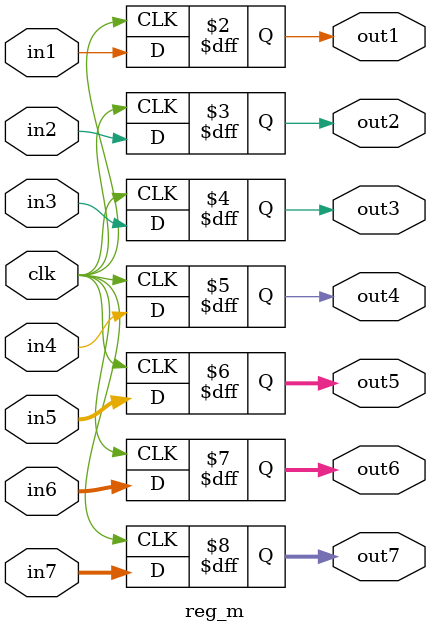
<source format=v>
/*
module to act as our clk for the mem stage

inputs:
  - clk: our clock
  - in1: syscall
  - in2: reg write
  - in3: mem to reg
  - in4: memwrite
  - in5: aluout [31:0]
  - in6: writeDataE [31:0]
  - in7: writeRegE [4:0]

output:
- out1: syscall
- out2: reg write
- out3: mem to reg
- out4: memWrite
- out5: aluout [31:0]
- out6: writeDataE [31:0]
- out7: writeRegE [4:0]
*/

module reg_m(input wire clk,
  input wire in1,
  input wire in2,
  input wire in3,
  input wire in4,
  input wire [31:0] in5,
  input wire [31:0] in6,
  input wire [4:0] in7,
  output reg out1,
  output reg out2,
  output reg out3,
  output reg out4,
  output reg [31:0] out5,
  output reg [31:0] out6,
  output reg [4:0] out7);

  always @(posedge clk) begin
    out1 <= in1;
    out2 <= in2;
    out3 <= in3;
    out4 <= in4;
    out5 <= in5;
    out6 <= in6;
    out7 <= in7;
  end


endmodule

</source>
